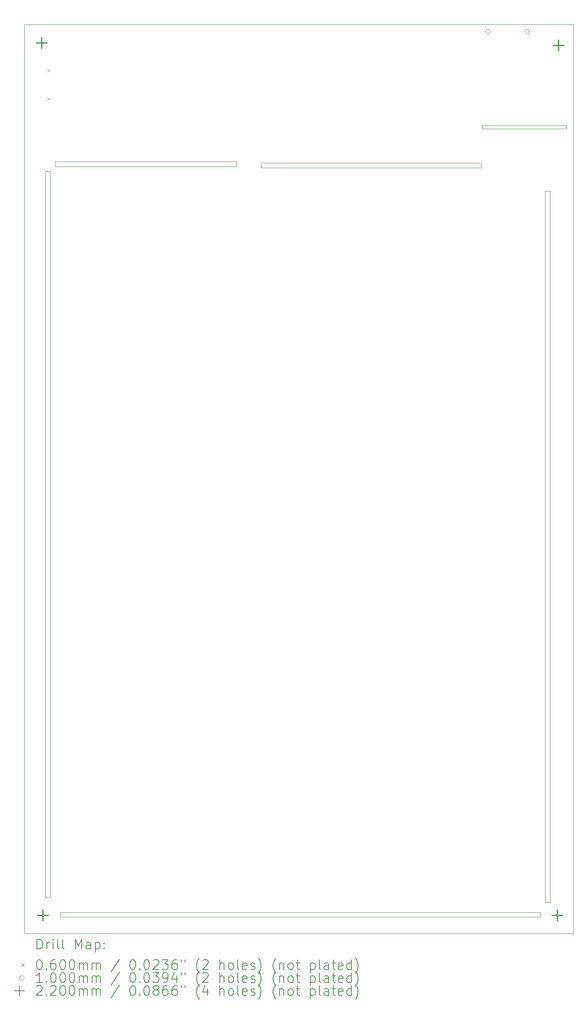
<source format=gbr>
%TF.GenerationSoftware,KiCad,Pcbnew,8.0.8*%
%TF.CreationDate,2025-01-24T13:28:27+05:30*%
%TF.ProjectId,heatPlate,68656174-506c-4617-9465-2e6b69636164,rev?*%
%TF.SameCoordinates,Original*%
%TF.FileFunction,Drillmap*%
%TF.FilePolarity,Positive*%
%FSLAX45Y45*%
G04 Gerber Fmt 4.5, Leading zero omitted, Abs format (unit mm)*
G04 Created by KiCad (PCBNEW 8.0.8) date 2025-01-24 13:28:27*
%MOMM*%
%LPD*%
G01*
G04 APERTURE LIST*
%ADD10C,0.050000*%
%ADD11C,0.200000*%
%ADD12C,0.100000*%
%ADD13C,0.220000*%
G04 APERTURE END LIST*
D10*
X15525000Y-6660000D02*
X17235000Y-6660000D01*
X17235000Y-6730000D01*
X15525000Y-6730000D01*
X15525000Y-6660000D01*
X6900000Y-22700000D02*
X16700000Y-22700000D01*
X16700000Y-22800000D01*
X6900000Y-22800000D01*
X6900000Y-22700000D01*
X6800000Y-7400000D02*
X10500000Y-7400000D01*
X10500000Y-7500000D01*
X6800000Y-7500000D01*
X6800000Y-7400000D01*
X6600000Y-7600000D02*
X6700000Y-7600000D01*
X6700000Y-22400000D01*
X6600000Y-22400000D01*
X6600000Y-7600000D01*
X16800000Y-8000000D02*
X16900000Y-8000000D01*
X16900000Y-22500000D01*
X16800000Y-22500000D01*
X16800000Y-8000000D01*
X11000000Y-7420000D02*
X15500000Y-7420000D01*
X15500000Y-7520000D01*
X11000000Y-7520000D01*
X11000000Y-7420000D01*
X6173000Y-4600000D02*
X17373000Y-4600000D01*
X17373000Y-23136000D01*
X6173000Y-23136000D01*
X6173000Y-4600000D01*
D11*
D12*
X6638000Y-5506000D02*
X6698000Y-5566000D01*
X6698000Y-5506000D02*
X6638000Y-5566000D01*
X6638000Y-6084000D02*
X6698000Y-6144000D01*
X6698000Y-6084000D02*
X6638000Y-6144000D01*
X15685000Y-4750000D02*
G75*
G02*
X15585000Y-4750000I-50000J0D01*
G01*
X15585000Y-4750000D02*
G75*
G02*
X15685000Y-4750000I50000J0D01*
G01*
X16485000Y-4750000D02*
G75*
G02*
X16385000Y-4750000I-50000J0D01*
G01*
X16385000Y-4750000D02*
G75*
G02*
X16485000Y-4750000I50000J0D01*
G01*
D13*
X6525000Y-4865000D02*
X6525000Y-5085000D01*
X6415000Y-4975000D02*
X6635000Y-4975000D01*
X6548000Y-22651000D02*
X6548000Y-22871000D01*
X6438000Y-22761000D02*
X6658000Y-22761000D01*
X17048000Y-22651000D02*
X17048000Y-22871000D01*
X16938000Y-22761000D02*
X17158000Y-22761000D01*
X17075000Y-4915000D02*
X17075000Y-5135000D01*
X16965000Y-5025000D02*
X17185000Y-5025000D01*
D11*
X6431277Y-23449984D02*
X6431277Y-23249984D01*
X6431277Y-23249984D02*
X6478896Y-23249984D01*
X6478896Y-23249984D02*
X6507467Y-23259508D01*
X6507467Y-23259508D02*
X6526515Y-23278555D01*
X6526515Y-23278555D02*
X6536039Y-23297603D01*
X6536039Y-23297603D02*
X6545562Y-23335698D01*
X6545562Y-23335698D02*
X6545562Y-23364269D01*
X6545562Y-23364269D02*
X6536039Y-23402365D01*
X6536039Y-23402365D02*
X6526515Y-23421412D01*
X6526515Y-23421412D02*
X6507467Y-23440460D01*
X6507467Y-23440460D02*
X6478896Y-23449984D01*
X6478896Y-23449984D02*
X6431277Y-23449984D01*
X6631277Y-23449984D02*
X6631277Y-23316650D01*
X6631277Y-23354746D02*
X6640801Y-23335698D01*
X6640801Y-23335698D02*
X6650324Y-23326174D01*
X6650324Y-23326174D02*
X6669372Y-23316650D01*
X6669372Y-23316650D02*
X6688420Y-23316650D01*
X6755086Y-23449984D02*
X6755086Y-23316650D01*
X6755086Y-23249984D02*
X6745562Y-23259508D01*
X6745562Y-23259508D02*
X6755086Y-23269031D01*
X6755086Y-23269031D02*
X6764610Y-23259508D01*
X6764610Y-23259508D02*
X6755086Y-23249984D01*
X6755086Y-23249984D02*
X6755086Y-23269031D01*
X6878896Y-23449984D02*
X6859848Y-23440460D01*
X6859848Y-23440460D02*
X6850324Y-23421412D01*
X6850324Y-23421412D02*
X6850324Y-23249984D01*
X6983658Y-23449984D02*
X6964610Y-23440460D01*
X6964610Y-23440460D02*
X6955086Y-23421412D01*
X6955086Y-23421412D02*
X6955086Y-23249984D01*
X7212229Y-23449984D02*
X7212229Y-23249984D01*
X7212229Y-23249984D02*
X7278896Y-23392841D01*
X7278896Y-23392841D02*
X7345562Y-23249984D01*
X7345562Y-23249984D02*
X7345562Y-23449984D01*
X7526515Y-23449984D02*
X7526515Y-23345222D01*
X7526515Y-23345222D02*
X7516991Y-23326174D01*
X7516991Y-23326174D02*
X7497943Y-23316650D01*
X7497943Y-23316650D02*
X7459848Y-23316650D01*
X7459848Y-23316650D02*
X7440801Y-23326174D01*
X7526515Y-23440460D02*
X7507467Y-23449984D01*
X7507467Y-23449984D02*
X7459848Y-23449984D01*
X7459848Y-23449984D02*
X7440801Y-23440460D01*
X7440801Y-23440460D02*
X7431277Y-23421412D01*
X7431277Y-23421412D02*
X7431277Y-23402365D01*
X7431277Y-23402365D02*
X7440801Y-23383317D01*
X7440801Y-23383317D02*
X7459848Y-23373793D01*
X7459848Y-23373793D02*
X7507467Y-23373793D01*
X7507467Y-23373793D02*
X7526515Y-23364269D01*
X7621753Y-23316650D02*
X7621753Y-23516650D01*
X7621753Y-23326174D02*
X7640801Y-23316650D01*
X7640801Y-23316650D02*
X7678896Y-23316650D01*
X7678896Y-23316650D02*
X7697943Y-23326174D01*
X7697943Y-23326174D02*
X7707467Y-23335698D01*
X7707467Y-23335698D02*
X7716991Y-23354746D01*
X7716991Y-23354746D02*
X7716991Y-23411888D01*
X7716991Y-23411888D02*
X7707467Y-23430936D01*
X7707467Y-23430936D02*
X7697943Y-23440460D01*
X7697943Y-23440460D02*
X7678896Y-23449984D01*
X7678896Y-23449984D02*
X7640801Y-23449984D01*
X7640801Y-23449984D02*
X7621753Y-23440460D01*
X7802705Y-23430936D02*
X7812229Y-23440460D01*
X7812229Y-23440460D02*
X7802705Y-23449984D01*
X7802705Y-23449984D02*
X7793182Y-23440460D01*
X7793182Y-23440460D02*
X7802705Y-23430936D01*
X7802705Y-23430936D02*
X7802705Y-23449984D01*
X7802705Y-23326174D02*
X7812229Y-23335698D01*
X7812229Y-23335698D02*
X7802705Y-23345222D01*
X7802705Y-23345222D02*
X7793182Y-23335698D01*
X7793182Y-23335698D02*
X7802705Y-23326174D01*
X7802705Y-23326174D02*
X7802705Y-23345222D01*
D12*
X6110500Y-23748500D02*
X6170500Y-23808500D01*
X6170500Y-23748500D02*
X6110500Y-23808500D01*
D11*
X6469372Y-23669984D02*
X6488420Y-23669984D01*
X6488420Y-23669984D02*
X6507467Y-23679508D01*
X6507467Y-23679508D02*
X6516991Y-23689031D01*
X6516991Y-23689031D02*
X6526515Y-23708079D01*
X6526515Y-23708079D02*
X6536039Y-23746174D01*
X6536039Y-23746174D02*
X6536039Y-23793793D01*
X6536039Y-23793793D02*
X6526515Y-23831888D01*
X6526515Y-23831888D02*
X6516991Y-23850936D01*
X6516991Y-23850936D02*
X6507467Y-23860460D01*
X6507467Y-23860460D02*
X6488420Y-23869984D01*
X6488420Y-23869984D02*
X6469372Y-23869984D01*
X6469372Y-23869984D02*
X6450324Y-23860460D01*
X6450324Y-23860460D02*
X6440801Y-23850936D01*
X6440801Y-23850936D02*
X6431277Y-23831888D01*
X6431277Y-23831888D02*
X6421753Y-23793793D01*
X6421753Y-23793793D02*
X6421753Y-23746174D01*
X6421753Y-23746174D02*
X6431277Y-23708079D01*
X6431277Y-23708079D02*
X6440801Y-23689031D01*
X6440801Y-23689031D02*
X6450324Y-23679508D01*
X6450324Y-23679508D02*
X6469372Y-23669984D01*
X6621753Y-23850936D02*
X6631277Y-23860460D01*
X6631277Y-23860460D02*
X6621753Y-23869984D01*
X6621753Y-23869984D02*
X6612229Y-23860460D01*
X6612229Y-23860460D02*
X6621753Y-23850936D01*
X6621753Y-23850936D02*
X6621753Y-23869984D01*
X6802705Y-23669984D02*
X6764610Y-23669984D01*
X6764610Y-23669984D02*
X6745562Y-23679508D01*
X6745562Y-23679508D02*
X6736039Y-23689031D01*
X6736039Y-23689031D02*
X6716991Y-23717603D01*
X6716991Y-23717603D02*
X6707467Y-23755698D01*
X6707467Y-23755698D02*
X6707467Y-23831888D01*
X6707467Y-23831888D02*
X6716991Y-23850936D01*
X6716991Y-23850936D02*
X6726515Y-23860460D01*
X6726515Y-23860460D02*
X6745562Y-23869984D01*
X6745562Y-23869984D02*
X6783658Y-23869984D01*
X6783658Y-23869984D02*
X6802705Y-23860460D01*
X6802705Y-23860460D02*
X6812229Y-23850936D01*
X6812229Y-23850936D02*
X6821753Y-23831888D01*
X6821753Y-23831888D02*
X6821753Y-23784269D01*
X6821753Y-23784269D02*
X6812229Y-23765222D01*
X6812229Y-23765222D02*
X6802705Y-23755698D01*
X6802705Y-23755698D02*
X6783658Y-23746174D01*
X6783658Y-23746174D02*
X6745562Y-23746174D01*
X6745562Y-23746174D02*
X6726515Y-23755698D01*
X6726515Y-23755698D02*
X6716991Y-23765222D01*
X6716991Y-23765222D02*
X6707467Y-23784269D01*
X6945562Y-23669984D02*
X6964610Y-23669984D01*
X6964610Y-23669984D02*
X6983658Y-23679508D01*
X6983658Y-23679508D02*
X6993182Y-23689031D01*
X6993182Y-23689031D02*
X7002705Y-23708079D01*
X7002705Y-23708079D02*
X7012229Y-23746174D01*
X7012229Y-23746174D02*
X7012229Y-23793793D01*
X7012229Y-23793793D02*
X7002705Y-23831888D01*
X7002705Y-23831888D02*
X6993182Y-23850936D01*
X6993182Y-23850936D02*
X6983658Y-23860460D01*
X6983658Y-23860460D02*
X6964610Y-23869984D01*
X6964610Y-23869984D02*
X6945562Y-23869984D01*
X6945562Y-23869984D02*
X6926515Y-23860460D01*
X6926515Y-23860460D02*
X6916991Y-23850936D01*
X6916991Y-23850936D02*
X6907467Y-23831888D01*
X6907467Y-23831888D02*
X6897943Y-23793793D01*
X6897943Y-23793793D02*
X6897943Y-23746174D01*
X6897943Y-23746174D02*
X6907467Y-23708079D01*
X6907467Y-23708079D02*
X6916991Y-23689031D01*
X6916991Y-23689031D02*
X6926515Y-23679508D01*
X6926515Y-23679508D02*
X6945562Y-23669984D01*
X7136039Y-23669984D02*
X7155086Y-23669984D01*
X7155086Y-23669984D02*
X7174134Y-23679508D01*
X7174134Y-23679508D02*
X7183658Y-23689031D01*
X7183658Y-23689031D02*
X7193182Y-23708079D01*
X7193182Y-23708079D02*
X7202705Y-23746174D01*
X7202705Y-23746174D02*
X7202705Y-23793793D01*
X7202705Y-23793793D02*
X7193182Y-23831888D01*
X7193182Y-23831888D02*
X7183658Y-23850936D01*
X7183658Y-23850936D02*
X7174134Y-23860460D01*
X7174134Y-23860460D02*
X7155086Y-23869984D01*
X7155086Y-23869984D02*
X7136039Y-23869984D01*
X7136039Y-23869984D02*
X7116991Y-23860460D01*
X7116991Y-23860460D02*
X7107467Y-23850936D01*
X7107467Y-23850936D02*
X7097943Y-23831888D01*
X7097943Y-23831888D02*
X7088420Y-23793793D01*
X7088420Y-23793793D02*
X7088420Y-23746174D01*
X7088420Y-23746174D02*
X7097943Y-23708079D01*
X7097943Y-23708079D02*
X7107467Y-23689031D01*
X7107467Y-23689031D02*
X7116991Y-23679508D01*
X7116991Y-23679508D02*
X7136039Y-23669984D01*
X7288420Y-23869984D02*
X7288420Y-23736650D01*
X7288420Y-23755698D02*
X7297943Y-23746174D01*
X7297943Y-23746174D02*
X7316991Y-23736650D01*
X7316991Y-23736650D02*
X7345563Y-23736650D01*
X7345563Y-23736650D02*
X7364610Y-23746174D01*
X7364610Y-23746174D02*
X7374134Y-23765222D01*
X7374134Y-23765222D02*
X7374134Y-23869984D01*
X7374134Y-23765222D02*
X7383658Y-23746174D01*
X7383658Y-23746174D02*
X7402705Y-23736650D01*
X7402705Y-23736650D02*
X7431277Y-23736650D01*
X7431277Y-23736650D02*
X7450324Y-23746174D01*
X7450324Y-23746174D02*
X7459848Y-23765222D01*
X7459848Y-23765222D02*
X7459848Y-23869984D01*
X7555086Y-23869984D02*
X7555086Y-23736650D01*
X7555086Y-23755698D02*
X7564610Y-23746174D01*
X7564610Y-23746174D02*
X7583658Y-23736650D01*
X7583658Y-23736650D02*
X7612229Y-23736650D01*
X7612229Y-23736650D02*
X7631277Y-23746174D01*
X7631277Y-23746174D02*
X7640801Y-23765222D01*
X7640801Y-23765222D02*
X7640801Y-23869984D01*
X7640801Y-23765222D02*
X7650324Y-23746174D01*
X7650324Y-23746174D02*
X7669372Y-23736650D01*
X7669372Y-23736650D02*
X7697943Y-23736650D01*
X7697943Y-23736650D02*
X7716991Y-23746174D01*
X7716991Y-23746174D02*
X7726515Y-23765222D01*
X7726515Y-23765222D02*
X7726515Y-23869984D01*
X8116991Y-23660460D02*
X7945563Y-23917603D01*
X8374134Y-23669984D02*
X8393182Y-23669984D01*
X8393182Y-23669984D02*
X8412229Y-23679508D01*
X8412229Y-23679508D02*
X8421753Y-23689031D01*
X8421753Y-23689031D02*
X8431277Y-23708079D01*
X8431277Y-23708079D02*
X8440801Y-23746174D01*
X8440801Y-23746174D02*
X8440801Y-23793793D01*
X8440801Y-23793793D02*
X8431277Y-23831888D01*
X8431277Y-23831888D02*
X8421753Y-23850936D01*
X8421753Y-23850936D02*
X8412229Y-23860460D01*
X8412229Y-23860460D02*
X8393182Y-23869984D01*
X8393182Y-23869984D02*
X8374134Y-23869984D01*
X8374134Y-23869984D02*
X8355086Y-23860460D01*
X8355086Y-23860460D02*
X8345563Y-23850936D01*
X8345563Y-23850936D02*
X8336039Y-23831888D01*
X8336039Y-23831888D02*
X8326515Y-23793793D01*
X8326515Y-23793793D02*
X8326515Y-23746174D01*
X8326515Y-23746174D02*
X8336039Y-23708079D01*
X8336039Y-23708079D02*
X8345563Y-23689031D01*
X8345563Y-23689031D02*
X8355086Y-23679508D01*
X8355086Y-23679508D02*
X8374134Y-23669984D01*
X8526515Y-23850936D02*
X8536039Y-23860460D01*
X8536039Y-23860460D02*
X8526515Y-23869984D01*
X8526515Y-23869984D02*
X8516991Y-23860460D01*
X8516991Y-23860460D02*
X8526515Y-23850936D01*
X8526515Y-23850936D02*
X8526515Y-23869984D01*
X8659848Y-23669984D02*
X8678896Y-23669984D01*
X8678896Y-23669984D02*
X8697944Y-23679508D01*
X8697944Y-23679508D02*
X8707468Y-23689031D01*
X8707468Y-23689031D02*
X8716991Y-23708079D01*
X8716991Y-23708079D02*
X8726515Y-23746174D01*
X8726515Y-23746174D02*
X8726515Y-23793793D01*
X8726515Y-23793793D02*
X8716991Y-23831888D01*
X8716991Y-23831888D02*
X8707468Y-23850936D01*
X8707468Y-23850936D02*
X8697944Y-23860460D01*
X8697944Y-23860460D02*
X8678896Y-23869984D01*
X8678896Y-23869984D02*
X8659848Y-23869984D01*
X8659848Y-23869984D02*
X8640801Y-23860460D01*
X8640801Y-23860460D02*
X8631277Y-23850936D01*
X8631277Y-23850936D02*
X8621753Y-23831888D01*
X8621753Y-23831888D02*
X8612229Y-23793793D01*
X8612229Y-23793793D02*
X8612229Y-23746174D01*
X8612229Y-23746174D02*
X8621753Y-23708079D01*
X8621753Y-23708079D02*
X8631277Y-23689031D01*
X8631277Y-23689031D02*
X8640801Y-23679508D01*
X8640801Y-23679508D02*
X8659848Y-23669984D01*
X8802706Y-23689031D02*
X8812229Y-23679508D01*
X8812229Y-23679508D02*
X8831277Y-23669984D01*
X8831277Y-23669984D02*
X8878896Y-23669984D01*
X8878896Y-23669984D02*
X8897944Y-23679508D01*
X8897944Y-23679508D02*
X8907468Y-23689031D01*
X8907468Y-23689031D02*
X8916991Y-23708079D01*
X8916991Y-23708079D02*
X8916991Y-23727127D01*
X8916991Y-23727127D02*
X8907468Y-23755698D01*
X8907468Y-23755698D02*
X8793182Y-23869984D01*
X8793182Y-23869984D02*
X8916991Y-23869984D01*
X8983658Y-23669984D02*
X9107468Y-23669984D01*
X9107468Y-23669984D02*
X9040801Y-23746174D01*
X9040801Y-23746174D02*
X9069372Y-23746174D01*
X9069372Y-23746174D02*
X9088420Y-23755698D01*
X9088420Y-23755698D02*
X9097944Y-23765222D01*
X9097944Y-23765222D02*
X9107468Y-23784269D01*
X9107468Y-23784269D02*
X9107468Y-23831888D01*
X9107468Y-23831888D02*
X9097944Y-23850936D01*
X9097944Y-23850936D02*
X9088420Y-23860460D01*
X9088420Y-23860460D02*
X9069372Y-23869984D01*
X9069372Y-23869984D02*
X9012229Y-23869984D01*
X9012229Y-23869984D02*
X8993182Y-23860460D01*
X8993182Y-23860460D02*
X8983658Y-23850936D01*
X9278896Y-23669984D02*
X9240801Y-23669984D01*
X9240801Y-23669984D02*
X9221753Y-23679508D01*
X9221753Y-23679508D02*
X9212229Y-23689031D01*
X9212229Y-23689031D02*
X9193182Y-23717603D01*
X9193182Y-23717603D02*
X9183658Y-23755698D01*
X9183658Y-23755698D02*
X9183658Y-23831888D01*
X9183658Y-23831888D02*
X9193182Y-23850936D01*
X9193182Y-23850936D02*
X9202706Y-23860460D01*
X9202706Y-23860460D02*
X9221753Y-23869984D01*
X9221753Y-23869984D02*
X9259849Y-23869984D01*
X9259849Y-23869984D02*
X9278896Y-23860460D01*
X9278896Y-23860460D02*
X9288420Y-23850936D01*
X9288420Y-23850936D02*
X9297944Y-23831888D01*
X9297944Y-23831888D02*
X9297944Y-23784269D01*
X9297944Y-23784269D02*
X9288420Y-23765222D01*
X9288420Y-23765222D02*
X9278896Y-23755698D01*
X9278896Y-23755698D02*
X9259849Y-23746174D01*
X9259849Y-23746174D02*
X9221753Y-23746174D01*
X9221753Y-23746174D02*
X9202706Y-23755698D01*
X9202706Y-23755698D02*
X9193182Y-23765222D01*
X9193182Y-23765222D02*
X9183658Y-23784269D01*
X9374134Y-23669984D02*
X9374134Y-23708079D01*
X9450325Y-23669984D02*
X9450325Y-23708079D01*
X9745563Y-23946174D02*
X9736039Y-23936650D01*
X9736039Y-23936650D02*
X9716991Y-23908079D01*
X9716991Y-23908079D02*
X9707468Y-23889031D01*
X9707468Y-23889031D02*
X9697944Y-23860460D01*
X9697944Y-23860460D02*
X9688420Y-23812841D01*
X9688420Y-23812841D02*
X9688420Y-23774746D01*
X9688420Y-23774746D02*
X9697944Y-23727127D01*
X9697944Y-23727127D02*
X9707468Y-23698555D01*
X9707468Y-23698555D02*
X9716991Y-23679508D01*
X9716991Y-23679508D02*
X9736039Y-23650936D01*
X9736039Y-23650936D02*
X9745563Y-23641412D01*
X9812230Y-23689031D02*
X9821753Y-23679508D01*
X9821753Y-23679508D02*
X9840801Y-23669984D01*
X9840801Y-23669984D02*
X9888420Y-23669984D01*
X9888420Y-23669984D02*
X9907468Y-23679508D01*
X9907468Y-23679508D02*
X9916991Y-23689031D01*
X9916991Y-23689031D02*
X9926515Y-23708079D01*
X9926515Y-23708079D02*
X9926515Y-23727127D01*
X9926515Y-23727127D02*
X9916991Y-23755698D01*
X9916991Y-23755698D02*
X9802706Y-23869984D01*
X9802706Y-23869984D02*
X9926515Y-23869984D01*
X10164611Y-23869984D02*
X10164611Y-23669984D01*
X10250325Y-23869984D02*
X10250325Y-23765222D01*
X10250325Y-23765222D02*
X10240801Y-23746174D01*
X10240801Y-23746174D02*
X10221753Y-23736650D01*
X10221753Y-23736650D02*
X10193182Y-23736650D01*
X10193182Y-23736650D02*
X10174134Y-23746174D01*
X10174134Y-23746174D02*
X10164611Y-23755698D01*
X10374134Y-23869984D02*
X10355087Y-23860460D01*
X10355087Y-23860460D02*
X10345563Y-23850936D01*
X10345563Y-23850936D02*
X10336039Y-23831888D01*
X10336039Y-23831888D02*
X10336039Y-23774746D01*
X10336039Y-23774746D02*
X10345563Y-23755698D01*
X10345563Y-23755698D02*
X10355087Y-23746174D01*
X10355087Y-23746174D02*
X10374134Y-23736650D01*
X10374134Y-23736650D02*
X10402706Y-23736650D01*
X10402706Y-23736650D02*
X10421753Y-23746174D01*
X10421753Y-23746174D02*
X10431277Y-23755698D01*
X10431277Y-23755698D02*
X10440801Y-23774746D01*
X10440801Y-23774746D02*
X10440801Y-23831888D01*
X10440801Y-23831888D02*
X10431277Y-23850936D01*
X10431277Y-23850936D02*
X10421753Y-23860460D01*
X10421753Y-23860460D02*
X10402706Y-23869984D01*
X10402706Y-23869984D02*
X10374134Y-23869984D01*
X10555087Y-23869984D02*
X10536039Y-23860460D01*
X10536039Y-23860460D02*
X10526515Y-23841412D01*
X10526515Y-23841412D02*
X10526515Y-23669984D01*
X10707468Y-23860460D02*
X10688420Y-23869984D01*
X10688420Y-23869984D02*
X10650325Y-23869984D01*
X10650325Y-23869984D02*
X10631277Y-23860460D01*
X10631277Y-23860460D02*
X10621753Y-23841412D01*
X10621753Y-23841412D02*
X10621753Y-23765222D01*
X10621753Y-23765222D02*
X10631277Y-23746174D01*
X10631277Y-23746174D02*
X10650325Y-23736650D01*
X10650325Y-23736650D02*
X10688420Y-23736650D01*
X10688420Y-23736650D02*
X10707468Y-23746174D01*
X10707468Y-23746174D02*
X10716992Y-23765222D01*
X10716992Y-23765222D02*
X10716992Y-23784269D01*
X10716992Y-23784269D02*
X10621753Y-23803317D01*
X10793182Y-23860460D02*
X10812230Y-23869984D01*
X10812230Y-23869984D02*
X10850325Y-23869984D01*
X10850325Y-23869984D02*
X10869373Y-23860460D01*
X10869373Y-23860460D02*
X10878896Y-23841412D01*
X10878896Y-23841412D02*
X10878896Y-23831888D01*
X10878896Y-23831888D02*
X10869373Y-23812841D01*
X10869373Y-23812841D02*
X10850325Y-23803317D01*
X10850325Y-23803317D02*
X10821753Y-23803317D01*
X10821753Y-23803317D02*
X10802706Y-23793793D01*
X10802706Y-23793793D02*
X10793182Y-23774746D01*
X10793182Y-23774746D02*
X10793182Y-23765222D01*
X10793182Y-23765222D02*
X10802706Y-23746174D01*
X10802706Y-23746174D02*
X10821753Y-23736650D01*
X10821753Y-23736650D02*
X10850325Y-23736650D01*
X10850325Y-23736650D02*
X10869373Y-23746174D01*
X10945563Y-23946174D02*
X10955087Y-23936650D01*
X10955087Y-23936650D02*
X10974134Y-23908079D01*
X10974134Y-23908079D02*
X10983658Y-23889031D01*
X10983658Y-23889031D02*
X10993182Y-23860460D01*
X10993182Y-23860460D02*
X11002706Y-23812841D01*
X11002706Y-23812841D02*
X11002706Y-23774746D01*
X11002706Y-23774746D02*
X10993182Y-23727127D01*
X10993182Y-23727127D02*
X10983658Y-23698555D01*
X10983658Y-23698555D02*
X10974134Y-23679508D01*
X10974134Y-23679508D02*
X10955087Y-23650936D01*
X10955087Y-23650936D02*
X10945563Y-23641412D01*
X11307468Y-23946174D02*
X11297944Y-23936650D01*
X11297944Y-23936650D02*
X11278896Y-23908079D01*
X11278896Y-23908079D02*
X11269372Y-23889031D01*
X11269372Y-23889031D02*
X11259849Y-23860460D01*
X11259849Y-23860460D02*
X11250325Y-23812841D01*
X11250325Y-23812841D02*
X11250325Y-23774746D01*
X11250325Y-23774746D02*
X11259849Y-23727127D01*
X11259849Y-23727127D02*
X11269372Y-23698555D01*
X11269372Y-23698555D02*
X11278896Y-23679508D01*
X11278896Y-23679508D02*
X11297944Y-23650936D01*
X11297944Y-23650936D02*
X11307468Y-23641412D01*
X11383658Y-23736650D02*
X11383658Y-23869984D01*
X11383658Y-23755698D02*
X11393182Y-23746174D01*
X11393182Y-23746174D02*
X11412230Y-23736650D01*
X11412230Y-23736650D02*
X11440801Y-23736650D01*
X11440801Y-23736650D02*
X11459849Y-23746174D01*
X11459849Y-23746174D02*
X11469372Y-23765222D01*
X11469372Y-23765222D02*
X11469372Y-23869984D01*
X11593182Y-23869984D02*
X11574134Y-23860460D01*
X11574134Y-23860460D02*
X11564611Y-23850936D01*
X11564611Y-23850936D02*
X11555087Y-23831888D01*
X11555087Y-23831888D02*
X11555087Y-23774746D01*
X11555087Y-23774746D02*
X11564611Y-23755698D01*
X11564611Y-23755698D02*
X11574134Y-23746174D01*
X11574134Y-23746174D02*
X11593182Y-23736650D01*
X11593182Y-23736650D02*
X11621753Y-23736650D01*
X11621753Y-23736650D02*
X11640801Y-23746174D01*
X11640801Y-23746174D02*
X11650325Y-23755698D01*
X11650325Y-23755698D02*
X11659849Y-23774746D01*
X11659849Y-23774746D02*
X11659849Y-23831888D01*
X11659849Y-23831888D02*
X11650325Y-23850936D01*
X11650325Y-23850936D02*
X11640801Y-23860460D01*
X11640801Y-23860460D02*
X11621753Y-23869984D01*
X11621753Y-23869984D02*
X11593182Y-23869984D01*
X11716992Y-23736650D02*
X11793182Y-23736650D01*
X11745563Y-23669984D02*
X11745563Y-23841412D01*
X11745563Y-23841412D02*
X11755087Y-23860460D01*
X11755087Y-23860460D02*
X11774134Y-23869984D01*
X11774134Y-23869984D02*
X11793182Y-23869984D01*
X12012230Y-23736650D02*
X12012230Y-23936650D01*
X12012230Y-23746174D02*
X12031277Y-23736650D01*
X12031277Y-23736650D02*
X12069373Y-23736650D01*
X12069373Y-23736650D02*
X12088420Y-23746174D01*
X12088420Y-23746174D02*
X12097944Y-23755698D01*
X12097944Y-23755698D02*
X12107468Y-23774746D01*
X12107468Y-23774746D02*
X12107468Y-23831888D01*
X12107468Y-23831888D02*
X12097944Y-23850936D01*
X12097944Y-23850936D02*
X12088420Y-23860460D01*
X12088420Y-23860460D02*
X12069373Y-23869984D01*
X12069373Y-23869984D02*
X12031277Y-23869984D01*
X12031277Y-23869984D02*
X12012230Y-23860460D01*
X12221753Y-23869984D02*
X12202706Y-23860460D01*
X12202706Y-23860460D02*
X12193182Y-23841412D01*
X12193182Y-23841412D02*
X12193182Y-23669984D01*
X12383658Y-23869984D02*
X12383658Y-23765222D01*
X12383658Y-23765222D02*
X12374134Y-23746174D01*
X12374134Y-23746174D02*
X12355087Y-23736650D01*
X12355087Y-23736650D02*
X12316992Y-23736650D01*
X12316992Y-23736650D02*
X12297944Y-23746174D01*
X12383658Y-23860460D02*
X12364611Y-23869984D01*
X12364611Y-23869984D02*
X12316992Y-23869984D01*
X12316992Y-23869984D02*
X12297944Y-23860460D01*
X12297944Y-23860460D02*
X12288420Y-23841412D01*
X12288420Y-23841412D02*
X12288420Y-23822365D01*
X12288420Y-23822365D02*
X12297944Y-23803317D01*
X12297944Y-23803317D02*
X12316992Y-23793793D01*
X12316992Y-23793793D02*
X12364611Y-23793793D01*
X12364611Y-23793793D02*
X12383658Y-23784269D01*
X12450325Y-23736650D02*
X12526515Y-23736650D01*
X12478896Y-23669984D02*
X12478896Y-23841412D01*
X12478896Y-23841412D02*
X12488420Y-23860460D01*
X12488420Y-23860460D02*
X12507468Y-23869984D01*
X12507468Y-23869984D02*
X12526515Y-23869984D01*
X12669373Y-23860460D02*
X12650325Y-23869984D01*
X12650325Y-23869984D02*
X12612230Y-23869984D01*
X12612230Y-23869984D02*
X12593182Y-23860460D01*
X12593182Y-23860460D02*
X12583658Y-23841412D01*
X12583658Y-23841412D02*
X12583658Y-23765222D01*
X12583658Y-23765222D02*
X12593182Y-23746174D01*
X12593182Y-23746174D02*
X12612230Y-23736650D01*
X12612230Y-23736650D02*
X12650325Y-23736650D01*
X12650325Y-23736650D02*
X12669373Y-23746174D01*
X12669373Y-23746174D02*
X12678896Y-23765222D01*
X12678896Y-23765222D02*
X12678896Y-23784269D01*
X12678896Y-23784269D02*
X12583658Y-23803317D01*
X12850325Y-23869984D02*
X12850325Y-23669984D01*
X12850325Y-23860460D02*
X12831277Y-23869984D01*
X12831277Y-23869984D02*
X12793182Y-23869984D01*
X12793182Y-23869984D02*
X12774134Y-23860460D01*
X12774134Y-23860460D02*
X12764611Y-23850936D01*
X12764611Y-23850936D02*
X12755087Y-23831888D01*
X12755087Y-23831888D02*
X12755087Y-23774746D01*
X12755087Y-23774746D02*
X12764611Y-23755698D01*
X12764611Y-23755698D02*
X12774134Y-23746174D01*
X12774134Y-23746174D02*
X12793182Y-23736650D01*
X12793182Y-23736650D02*
X12831277Y-23736650D01*
X12831277Y-23736650D02*
X12850325Y-23746174D01*
X12926515Y-23946174D02*
X12936039Y-23936650D01*
X12936039Y-23936650D02*
X12955087Y-23908079D01*
X12955087Y-23908079D02*
X12964611Y-23889031D01*
X12964611Y-23889031D02*
X12974134Y-23860460D01*
X12974134Y-23860460D02*
X12983658Y-23812841D01*
X12983658Y-23812841D02*
X12983658Y-23774746D01*
X12983658Y-23774746D02*
X12974134Y-23727127D01*
X12974134Y-23727127D02*
X12964611Y-23698555D01*
X12964611Y-23698555D02*
X12955087Y-23679508D01*
X12955087Y-23679508D02*
X12936039Y-23650936D01*
X12936039Y-23650936D02*
X12926515Y-23641412D01*
D12*
X6170500Y-24042500D02*
G75*
G02*
X6070500Y-24042500I-50000J0D01*
G01*
X6070500Y-24042500D02*
G75*
G02*
X6170500Y-24042500I50000J0D01*
G01*
D11*
X6536039Y-24133984D02*
X6421753Y-24133984D01*
X6478896Y-24133984D02*
X6478896Y-23933984D01*
X6478896Y-23933984D02*
X6459848Y-23962555D01*
X6459848Y-23962555D02*
X6440801Y-23981603D01*
X6440801Y-23981603D02*
X6421753Y-23991127D01*
X6621753Y-24114936D02*
X6631277Y-24124460D01*
X6631277Y-24124460D02*
X6621753Y-24133984D01*
X6621753Y-24133984D02*
X6612229Y-24124460D01*
X6612229Y-24124460D02*
X6621753Y-24114936D01*
X6621753Y-24114936D02*
X6621753Y-24133984D01*
X6755086Y-23933984D02*
X6774134Y-23933984D01*
X6774134Y-23933984D02*
X6793182Y-23943508D01*
X6793182Y-23943508D02*
X6802705Y-23953031D01*
X6802705Y-23953031D02*
X6812229Y-23972079D01*
X6812229Y-23972079D02*
X6821753Y-24010174D01*
X6821753Y-24010174D02*
X6821753Y-24057793D01*
X6821753Y-24057793D02*
X6812229Y-24095888D01*
X6812229Y-24095888D02*
X6802705Y-24114936D01*
X6802705Y-24114936D02*
X6793182Y-24124460D01*
X6793182Y-24124460D02*
X6774134Y-24133984D01*
X6774134Y-24133984D02*
X6755086Y-24133984D01*
X6755086Y-24133984D02*
X6736039Y-24124460D01*
X6736039Y-24124460D02*
X6726515Y-24114936D01*
X6726515Y-24114936D02*
X6716991Y-24095888D01*
X6716991Y-24095888D02*
X6707467Y-24057793D01*
X6707467Y-24057793D02*
X6707467Y-24010174D01*
X6707467Y-24010174D02*
X6716991Y-23972079D01*
X6716991Y-23972079D02*
X6726515Y-23953031D01*
X6726515Y-23953031D02*
X6736039Y-23943508D01*
X6736039Y-23943508D02*
X6755086Y-23933984D01*
X6945562Y-23933984D02*
X6964610Y-23933984D01*
X6964610Y-23933984D02*
X6983658Y-23943508D01*
X6983658Y-23943508D02*
X6993182Y-23953031D01*
X6993182Y-23953031D02*
X7002705Y-23972079D01*
X7002705Y-23972079D02*
X7012229Y-24010174D01*
X7012229Y-24010174D02*
X7012229Y-24057793D01*
X7012229Y-24057793D02*
X7002705Y-24095888D01*
X7002705Y-24095888D02*
X6993182Y-24114936D01*
X6993182Y-24114936D02*
X6983658Y-24124460D01*
X6983658Y-24124460D02*
X6964610Y-24133984D01*
X6964610Y-24133984D02*
X6945562Y-24133984D01*
X6945562Y-24133984D02*
X6926515Y-24124460D01*
X6926515Y-24124460D02*
X6916991Y-24114936D01*
X6916991Y-24114936D02*
X6907467Y-24095888D01*
X6907467Y-24095888D02*
X6897943Y-24057793D01*
X6897943Y-24057793D02*
X6897943Y-24010174D01*
X6897943Y-24010174D02*
X6907467Y-23972079D01*
X6907467Y-23972079D02*
X6916991Y-23953031D01*
X6916991Y-23953031D02*
X6926515Y-23943508D01*
X6926515Y-23943508D02*
X6945562Y-23933984D01*
X7136039Y-23933984D02*
X7155086Y-23933984D01*
X7155086Y-23933984D02*
X7174134Y-23943508D01*
X7174134Y-23943508D02*
X7183658Y-23953031D01*
X7183658Y-23953031D02*
X7193182Y-23972079D01*
X7193182Y-23972079D02*
X7202705Y-24010174D01*
X7202705Y-24010174D02*
X7202705Y-24057793D01*
X7202705Y-24057793D02*
X7193182Y-24095888D01*
X7193182Y-24095888D02*
X7183658Y-24114936D01*
X7183658Y-24114936D02*
X7174134Y-24124460D01*
X7174134Y-24124460D02*
X7155086Y-24133984D01*
X7155086Y-24133984D02*
X7136039Y-24133984D01*
X7136039Y-24133984D02*
X7116991Y-24124460D01*
X7116991Y-24124460D02*
X7107467Y-24114936D01*
X7107467Y-24114936D02*
X7097943Y-24095888D01*
X7097943Y-24095888D02*
X7088420Y-24057793D01*
X7088420Y-24057793D02*
X7088420Y-24010174D01*
X7088420Y-24010174D02*
X7097943Y-23972079D01*
X7097943Y-23972079D02*
X7107467Y-23953031D01*
X7107467Y-23953031D02*
X7116991Y-23943508D01*
X7116991Y-23943508D02*
X7136039Y-23933984D01*
X7288420Y-24133984D02*
X7288420Y-24000650D01*
X7288420Y-24019698D02*
X7297943Y-24010174D01*
X7297943Y-24010174D02*
X7316991Y-24000650D01*
X7316991Y-24000650D02*
X7345563Y-24000650D01*
X7345563Y-24000650D02*
X7364610Y-24010174D01*
X7364610Y-24010174D02*
X7374134Y-24029222D01*
X7374134Y-24029222D02*
X7374134Y-24133984D01*
X7374134Y-24029222D02*
X7383658Y-24010174D01*
X7383658Y-24010174D02*
X7402705Y-24000650D01*
X7402705Y-24000650D02*
X7431277Y-24000650D01*
X7431277Y-24000650D02*
X7450324Y-24010174D01*
X7450324Y-24010174D02*
X7459848Y-24029222D01*
X7459848Y-24029222D02*
X7459848Y-24133984D01*
X7555086Y-24133984D02*
X7555086Y-24000650D01*
X7555086Y-24019698D02*
X7564610Y-24010174D01*
X7564610Y-24010174D02*
X7583658Y-24000650D01*
X7583658Y-24000650D02*
X7612229Y-24000650D01*
X7612229Y-24000650D02*
X7631277Y-24010174D01*
X7631277Y-24010174D02*
X7640801Y-24029222D01*
X7640801Y-24029222D02*
X7640801Y-24133984D01*
X7640801Y-24029222D02*
X7650324Y-24010174D01*
X7650324Y-24010174D02*
X7669372Y-24000650D01*
X7669372Y-24000650D02*
X7697943Y-24000650D01*
X7697943Y-24000650D02*
X7716991Y-24010174D01*
X7716991Y-24010174D02*
X7726515Y-24029222D01*
X7726515Y-24029222D02*
X7726515Y-24133984D01*
X8116991Y-23924460D02*
X7945563Y-24181603D01*
X8374134Y-23933984D02*
X8393182Y-23933984D01*
X8393182Y-23933984D02*
X8412229Y-23943508D01*
X8412229Y-23943508D02*
X8421753Y-23953031D01*
X8421753Y-23953031D02*
X8431277Y-23972079D01*
X8431277Y-23972079D02*
X8440801Y-24010174D01*
X8440801Y-24010174D02*
X8440801Y-24057793D01*
X8440801Y-24057793D02*
X8431277Y-24095888D01*
X8431277Y-24095888D02*
X8421753Y-24114936D01*
X8421753Y-24114936D02*
X8412229Y-24124460D01*
X8412229Y-24124460D02*
X8393182Y-24133984D01*
X8393182Y-24133984D02*
X8374134Y-24133984D01*
X8374134Y-24133984D02*
X8355086Y-24124460D01*
X8355086Y-24124460D02*
X8345563Y-24114936D01*
X8345563Y-24114936D02*
X8336039Y-24095888D01*
X8336039Y-24095888D02*
X8326515Y-24057793D01*
X8326515Y-24057793D02*
X8326515Y-24010174D01*
X8326515Y-24010174D02*
X8336039Y-23972079D01*
X8336039Y-23972079D02*
X8345563Y-23953031D01*
X8345563Y-23953031D02*
X8355086Y-23943508D01*
X8355086Y-23943508D02*
X8374134Y-23933984D01*
X8526515Y-24114936D02*
X8536039Y-24124460D01*
X8536039Y-24124460D02*
X8526515Y-24133984D01*
X8526515Y-24133984D02*
X8516991Y-24124460D01*
X8516991Y-24124460D02*
X8526515Y-24114936D01*
X8526515Y-24114936D02*
X8526515Y-24133984D01*
X8659848Y-23933984D02*
X8678896Y-23933984D01*
X8678896Y-23933984D02*
X8697944Y-23943508D01*
X8697944Y-23943508D02*
X8707468Y-23953031D01*
X8707468Y-23953031D02*
X8716991Y-23972079D01*
X8716991Y-23972079D02*
X8726515Y-24010174D01*
X8726515Y-24010174D02*
X8726515Y-24057793D01*
X8726515Y-24057793D02*
X8716991Y-24095888D01*
X8716991Y-24095888D02*
X8707468Y-24114936D01*
X8707468Y-24114936D02*
X8697944Y-24124460D01*
X8697944Y-24124460D02*
X8678896Y-24133984D01*
X8678896Y-24133984D02*
X8659848Y-24133984D01*
X8659848Y-24133984D02*
X8640801Y-24124460D01*
X8640801Y-24124460D02*
X8631277Y-24114936D01*
X8631277Y-24114936D02*
X8621753Y-24095888D01*
X8621753Y-24095888D02*
X8612229Y-24057793D01*
X8612229Y-24057793D02*
X8612229Y-24010174D01*
X8612229Y-24010174D02*
X8621753Y-23972079D01*
X8621753Y-23972079D02*
X8631277Y-23953031D01*
X8631277Y-23953031D02*
X8640801Y-23943508D01*
X8640801Y-23943508D02*
X8659848Y-23933984D01*
X8793182Y-23933984D02*
X8916991Y-23933984D01*
X8916991Y-23933984D02*
X8850325Y-24010174D01*
X8850325Y-24010174D02*
X8878896Y-24010174D01*
X8878896Y-24010174D02*
X8897944Y-24019698D01*
X8897944Y-24019698D02*
X8907468Y-24029222D01*
X8907468Y-24029222D02*
X8916991Y-24048269D01*
X8916991Y-24048269D02*
X8916991Y-24095888D01*
X8916991Y-24095888D02*
X8907468Y-24114936D01*
X8907468Y-24114936D02*
X8897944Y-24124460D01*
X8897944Y-24124460D02*
X8878896Y-24133984D01*
X8878896Y-24133984D02*
X8821753Y-24133984D01*
X8821753Y-24133984D02*
X8802706Y-24124460D01*
X8802706Y-24124460D02*
X8793182Y-24114936D01*
X9012229Y-24133984D02*
X9050325Y-24133984D01*
X9050325Y-24133984D02*
X9069372Y-24124460D01*
X9069372Y-24124460D02*
X9078896Y-24114936D01*
X9078896Y-24114936D02*
X9097944Y-24086365D01*
X9097944Y-24086365D02*
X9107468Y-24048269D01*
X9107468Y-24048269D02*
X9107468Y-23972079D01*
X9107468Y-23972079D02*
X9097944Y-23953031D01*
X9097944Y-23953031D02*
X9088420Y-23943508D01*
X9088420Y-23943508D02*
X9069372Y-23933984D01*
X9069372Y-23933984D02*
X9031277Y-23933984D01*
X9031277Y-23933984D02*
X9012229Y-23943508D01*
X9012229Y-23943508D02*
X9002706Y-23953031D01*
X9002706Y-23953031D02*
X8993182Y-23972079D01*
X8993182Y-23972079D02*
X8993182Y-24019698D01*
X8993182Y-24019698D02*
X9002706Y-24038746D01*
X9002706Y-24038746D02*
X9012229Y-24048269D01*
X9012229Y-24048269D02*
X9031277Y-24057793D01*
X9031277Y-24057793D02*
X9069372Y-24057793D01*
X9069372Y-24057793D02*
X9088420Y-24048269D01*
X9088420Y-24048269D02*
X9097944Y-24038746D01*
X9097944Y-24038746D02*
X9107468Y-24019698D01*
X9278896Y-24000650D02*
X9278896Y-24133984D01*
X9231277Y-23924460D02*
X9183658Y-24067317D01*
X9183658Y-24067317D02*
X9307468Y-24067317D01*
X9374134Y-23933984D02*
X9374134Y-23972079D01*
X9450325Y-23933984D02*
X9450325Y-23972079D01*
X9745563Y-24210174D02*
X9736039Y-24200650D01*
X9736039Y-24200650D02*
X9716991Y-24172079D01*
X9716991Y-24172079D02*
X9707468Y-24153031D01*
X9707468Y-24153031D02*
X9697944Y-24124460D01*
X9697944Y-24124460D02*
X9688420Y-24076841D01*
X9688420Y-24076841D02*
X9688420Y-24038746D01*
X9688420Y-24038746D02*
X9697944Y-23991127D01*
X9697944Y-23991127D02*
X9707468Y-23962555D01*
X9707468Y-23962555D02*
X9716991Y-23943508D01*
X9716991Y-23943508D02*
X9736039Y-23914936D01*
X9736039Y-23914936D02*
X9745563Y-23905412D01*
X9812230Y-23953031D02*
X9821753Y-23943508D01*
X9821753Y-23943508D02*
X9840801Y-23933984D01*
X9840801Y-23933984D02*
X9888420Y-23933984D01*
X9888420Y-23933984D02*
X9907468Y-23943508D01*
X9907468Y-23943508D02*
X9916991Y-23953031D01*
X9916991Y-23953031D02*
X9926515Y-23972079D01*
X9926515Y-23972079D02*
X9926515Y-23991127D01*
X9926515Y-23991127D02*
X9916991Y-24019698D01*
X9916991Y-24019698D02*
X9802706Y-24133984D01*
X9802706Y-24133984D02*
X9926515Y-24133984D01*
X10164611Y-24133984D02*
X10164611Y-23933984D01*
X10250325Y-24133984D02*
X10250325Y-24029222D01*
X10250325Y-24029222D02*
X10240801Y-24010174D01*
X10240801Y-24010174D02*
X10221753Y-24000650D01*
X10221753Y-24000650D02*
X10193182Y-24000650D01*
X10193182Y-24000650D02*
X10174134Y-24010174D01*
X10174134Y-24010174D02*
X10164611Y-24019698D01*
X10374134Y-24133984D02*
X10355087Y-24124460D01*
X10355087Y-24124460D02*
X10345563Y-24114936D01*
X10345563Y-24114936D02*
X10336039Y-24095888D01*
X10336039Y-24095888D02*
X10336039Y-24038746D01*
X10336039Y-24038746D02*
X10345563Y-24019698D01*
X10345563Y-24019698D02*
X10355087Y-24010174D01*
X10355087Y-24010174D02*
X10374134Y-24000650D01*
X10374134Y-24000650D02*
X10402706Y-24000650D01*
X10402706Y-24000650D02*
X10421753Y-24010174D01*
X10421753Y-24010174D02*
X10431277Y-24019698D01*
X10431277Y-24019698D02*
X10440801Y-24038746D01*
X10440801Y-24038746D02*
X10440801Y-24095888D01*
X10440801Y-24095888D02*
X10431277Y-24114936D01*
X10431277Y-24114936D02*
X10421753Y-24124460D01*
X10421753Y-24124460D02*
X10402706Y-24133984D01*
X10402706Y-24133984D02*
X10374134Y-24133984D01*
X10555087Y-24133984D02*
X10536039Y-24124460D01*
X10536039Y-24124460D02*
X10526515Y-24105412D01*
X10526515Y-24105412D02*
X10526515Y-23933984D01*
X10707468Y-24124460D02*
X10688420Y-24133984D01*
X10688420Y-24133984D02*
X10650325Y-24133984D01*
X10650325Y-24133984D02*
X10631277Y-24124460D01*
X10631277Y-24124460D02*
X10621753Y-24105412D01*
X10621753Y-24105412D02*
X10621753Y-24029222D01*
X10621753Y-24029222D02*
X10631277Y-24010174D01*
X10631277Y-24010174D02*
X10650325Y-24000650D01*
X10650325Y-24000650D02*
X10688420Y-24000650D01*
X10688420Y-24000650D02*
X10707468Y-24010174D01*
X10707468Y-24010174D02*
X10716992Y-24029222D01*
X10716992Y-24029222D02*
X10716992Y-24048269D01*
X10716992Y-24048269D02*
X10621753Y-24067317D01*
X10793182Y-24124460D02*
X10812230Y-24133984D01*
X10812230Y-24133984D02*
X10850325Y-24133984D01*
X10850325Y-24133984D02*
X10869373Y-24124460D01*
X10869373Y-24124460D02*
X10878896Y-24105412D01*
X10878896Y-24105412D02*
X10878896Y-24095888D01*
X10878896Y-24095888D02*
X10869373Y-24076841D01*
X10869373Y-24076841D02*
X10850325Y-24067317D01*
X10850325Y-24067317D02*
X10821753Y-24067317D01*
X10821753Y-24067317D02*
X10802706Y-24057793D01*
X10802706Y-24057793D02*
X10793182Y-24038746D01*
X10793182Y-24038746D02*
X10793182Y-24029222D01*
X10793182Y-24029222D02*
X10802706Y-24010174D01*
X10802706Y-24010174D02*
X10821753Y-24000650D01*
X10821753Y-24000650D02*
X10850325Y-24000650D01*
X10850325Y-24000650D02*
X10869373Y-24010174D01*
X10945563Y-24210174D02*
X10955087Y-24200650D01*
X10955087Y-24200650D02*
X10974134Y-24172079D01*
X10974134Y-24172079D02*
X10983658Y-24153031D01*
X10983658Y-24153031D02*
X10993182Y-24124460D01*
X10993182Y-24124460D02*
X11002706Y-24076841D01*
X11002706Y-24076841D02*
X11002706Y-24038746D01*
X11002706Y-24038746D02*
X10993182Y-23991127D01*
X10993182Y-23991127D02*
X10983658Y-23962555D01*
X10983658Y-23962555D02*
X10974134Y-23943508D01*
X10974134Y-23943508D02*
X10955087Y-23914936D01*
X10955087Y-23914936D02*
X10945563Y-23905412D01*
X11307468Y-24210174D02*
X11297944Y-24200650D01*
X11297944Y-24200650D02*
X11278896Y-24172079D01*
X11278896Y-24172079D02*
X11269372Y-24153031D01*
X11269372Y-24153031D02*
X11259849Y-24124460D01*
X11259849Y-24124460D02*
X11250325Y-24076841D01*
X11250325Y-24076841D02*
X11250325Y-24038746D01*
X11250325Y-24038746D02*
X11259849Y-23991127D01*
X11259849Y-23991127D02*
X11269372Y-23962555D01*
X11269372Y-23962555D02*
X11278896Y-23943508D01*
X11278896Y-23943508D02*
X11297944Y-23914936D01*
X11297944Y-23914936D02*
X11307468Y-23905412D01*
X11383658Y-24000650D02*
X11383658Y-24133984D01*
X11383658Y-24019698D02*
X11393182Y-24010174D01*
X11393182Y-24010174D02*
X11412230Y-24000650D01*
X11412230Y-24000650D02*
X11440801Y-24000650D01*
X11440801Y-24000650D02*
X11459849Y-24010174D01*
X11459849Y-24010174D02*
X11469372Y-24029222D01*
X11469372Y-24029222D02*
X11469372Y-24133984D01*
X11593182Y-24133984D02*
X11574134Y-24124460D01*
X11574134Y-24124460D02*
X11564611Y-24114936D01*
X11564611Y-24114936D02*
X11555087Y-24095888D01*
X11555087Y-24095888D02*
X11555087Y-24038746D01*
X11555087Y-24038746D02*
X11564611Y-24019698D01*
X11564611Y-24019698D02*
X11574134Y-24010174D01*
X11574134Y-24010174D02*
X11593182Y-24000650D01*
X11593182Y-24000650D02*
X11621753Y-24000650D01*
X11621753Y-24000650D02*
X11640801Y-24010174D01*
X11640801Y-24010174D02*
X11650325Y-24019698D01*
X11650325Y-24019698D02*
X11659849Y-24038746D01*
X11659849Y-24038746D02*
X11659849Y-24095888D01*
X11659849Y-24095888D02*
X11650325Y-24114936D01*
X11650325Y-24114936D02*
X11640801Y-24124460D01*
X11640801Y-24124460D02*
X11621753Y-24133984D01*
X11621753Y-24133984D02*
X11593182Y-24133984D01*
X11716992Y-24000650D02*
X11793182Y-24000650D01*
X11745563Y-23933984D02*
X11745563Y-24105412D01*
X11745563Y-24105412D02*
X11755087Y-24124460D01*
X11755087Y-24124460D02*
X11774134Y-24133984D01*
X11774134Y-24133984D02*
X11793182Y-24133984D01*
X12012230Y-24000650D02*
X12012230Y-24200650D01*
X12012230Y-24010174D02*
X12031277Y-24000650D01*
X12031277Y-24000650D02*
X12069373Y-24000650D01*
X12069373Y-24000650D02*
X12088420Y-24010174D01*
X12088420Y-24010174D02*
X12097944Y-24019698D01*
X12097944Y-24019698D02*
X12107468Y-24038746D01*
X12107468Y-24038746D02*
X12107468Y-24095888D01*
X12107468Y-24095888D02*
X12097944Y-24114936D01*
X12097944Y-24114936D02*
X12088420Y-24124460D01*
X12088420Y-24124460D02*
X12069373Y-24133984D01*
X12069373Y-24133984D02*
X12031277Y-24133984D01*
X12031277Y-24133984D02*
X12012230Y-24124460D01*
X12221753Y-24133984D02*
X12202706Y-24124460D01*
X12202706Y-24124460D02*
X12193182Y-24105412D01*
X12193182Y-24105412D02*
X12193182Y-23933984D01*
X12383658Y-24133984D02*
X12383658Y-24029222D01*
X12383658Y-24029222D02*
X12374134Y-24010174D01*
X12374134Y-24010174D02*
X12355087Y-24000650D01*
X12355087Y-24000650D02*
X12316992Y-24000650D01*
X12316992Y-24000650D02*
X12297944Y-24010174D01*
X12383658Y-24124460D02*
X12364611Y-24133984D01*
X12364611Y-24133984D02*
X12316992Y-24133984D01*
X12316992Y-24133984D02*
X12297944Y-24124460D01*
X12297944Y-24124460D02*
X12288420Y-24105412D01*
X12288420Y-24105412D02*
X12288420Y-24086365D01*
X12288420Y-24086365D02*
X12297944Y-24067317D01*
X12297944Y-24067317D02*
X12316992Y-24057793D01*
X12316992Y-24057793D02*
X12364611Y-24057793D01*
X12364611Y-24057793D02*
X12383658Y-24048269D01*
X12450325Y-24000650D02*
X12526515Y-24000650D01*
X12478896Y-23933984D02*
X12478896Y-24105412D01*
X12478896Y-24105412D02*
X12488420Y-24124460D01*
X12488420Y-24124460D02*
X12507468Y-24133984D01*
X12507468Y-24133984D02*
X12526515Y-24133984D01*
X12669373Y-24124460D02*
X12650325Y-24133984D01*
X12650325Y-24133984D02*
X12612230Y-24133984D01*
X12612230Y-24133984D02*
X12593182Y-24124460D01*
X12593182Y-24124460D02*
X12583658Y-24105412D01*
X12583658Y-24105412D02*
X12583658Y-24029222D01*
X12583658Y-24029222D02*
X12593182Y-24010174D01*
X12593182Y-24010174D02*
X12612230Y-24000650D01*
X12612230Y-24000650D02*
X12650325Y-24000650D01*
X12650325Y-24000650D02*
X12669373Y-24010174D01*
X12669373Y-24010174D02*
X12678896Y-24029222D01*
X12678896Y-24029222D02*
X12678896Y-24048269D01*
X12678896Y-24048269D02*
X12583658Y-24067317D01*
X12850325Y-24133984D02*
X12850325Y-23933984D01*
X12850325Y-24124460D02*
X12831277Y-24133984D01*
X12831277Y-24133984D02*
X12793182Y-24133984D01*
X12793182Y-24133984D02*
X12774134Y-24124460D01*
X12774134Y-24124460D02*
X12764611Y-24114936D01*
X12764611Y-24114936D02*
X12755087Y-24095888D01*
X12755087Y-24095888D02*
X12755087Y-24038746D01*
X12755087Y-24038746D02*
X12764611Y-24019698D01*
X12764611Y-24019698D02*
X12774134Y-24010174D01*
X12774134Y-24010174D02*
X12793182Y-24000650D01*
X12793182Y-24000650D02*
X12831277Y-24000650D01*
X12831277Y-24000650D02*
X12850325Y-24010174D01*
X12926515Y-24210174D02*
X12936039Y-24200650D01*
X12936039Y-24200650D02*
X12955087Y-24172079D01*
X12955087Y-24172079D02*
X12964611Y-24153031D01*
X12964611Y-24153031D02*
X12974134Y-24124460D01*
X12974134Y-24124460D02*
X12983658Y-24076841D01*
X12983658Y-24076841D02*
X12983658Y-24038746D01*
X12983658Y-24038746D02*
X12974134Y-23991127D01*
X12974134Y-23991127D02*
X12964611Y-23962555D01*
X12964611Y-23962555D02*
X12955087Y-23943508D01*
X12955087Y-23943508D02*
X12936039Y-23914936D01*
X12936039Y-23914936D02*
X12926515Y-23905412D01*
X6070500Y-24206500D02*
X6070500Y-24406500D01*
X5970500Y-24306500D02*
X6170500Y-24306500D01*
X6421753Y-24217031D02*
X6431277Y-24207508D01*
X6431277Y-24207508D02*
X6450324Y-24197984D01*
X6450324Y-24197984D02*
X6497943Y-24197984D01*
X6497943Y-24197984D02*
X6516991Y-24207508D01*
X6516991Y-24207508D02*
X6526515Y-24217031D01*
X6526515Y-24217031D02*
X6536039Y-24236079D01*
X6536039Y-24236079D02*
X6536039Y-24255127D01*
X6536039Y-24255127D02*
X6526515Y-24283698D01*
X6526515Y-24283698D02*
X6412229Y-24397984D01*
X6412229Y-24397984D02*
X6536039Y-24397984D01*
X6621753Y-24378936D02*
X6631277Y-24388460D01*
X6631277Y-24388460D02*
X6621753Y-24397984D01*
X6621753Y-24397984D02*
X6612229Y-24388460D01*
X6612229Y-24388460D02*
X6621753Y-24378936D01*
X6621753Y-24378936D02*
X6621753Y-24397984D01*
X6707467Y-24217031D02*
X6716991Y-24207508D01*
X6716991Y-24207508D02*
X6736039Y-24197984D01*
X6736039Y-24197984D02*
X6783658Y-24197984D01*
X6783658Y-24197984D02*
X6802705Y-24207508D01*
X6802705Y-24207508D02*
X6812229Y-24217031D01*
X6812229Y-24217031D02*
X6821753Y-24236079D01*
X6821753Y-24236079D02*
X6821753Y-24255127D01*
X6821753Y-24255127D02*
X6812229Y-24283698D01*
X6812229Y-24283698D02*
X6697943Y-24397984D01*
X6697943Y-24397984D02*
X6821753Y-24397984D01*
X6945562Y-24197984D02*
X6964610Y-24197984D01*
X6964610Y-24197984D02*
X6983658Y-24207508D01*
X6983658Y-24207508D02*
X6993182Y-24217031D01*
X6993182Y-24217031D02*
X7002705Y-24236079D01*
X7002705Y-24236079D02*
X7012229Y-24274174D01*
X7012229Y-24274174D02*
X7012229Y-24321793D01*
X7012229Y-24321793D02*
X7002705Y-24359888D01*
X7002705Y-24359888D02*
X6993182Y-24378936D01*
X6993182Y-24378936D02*
X6983658Y-24388460D01*
X6983658Y-24388460D02*
X6964610Y-24397984D01*
X6964610Y-24397984D02*
X6945562Y-24397984D01*
X6945562Y-24397984D02*
X6926515Y-24388460D01*
X6926515Y-24388460D02*
X6916991Y-24378936D01*
X6916991Y-24378936D02*
X6907467Y-24359888D01*
X6907467Y-24359888D02*
X6897943Y-24321793D01*
X6897943Y-24321793D02*
X6897943Y-24274174D01*
X6897943Y-24274174D02*
X6907467Y-24236079D01*
X6907467Y-24236079D02*
X6916991Y-24217031D01*
X6916991Y-24217031D02*
X6926515Y-24207508D01*
X6926515Y-24207508D02*
X6945562Y-24197984D01*
X7136039Y-24197984D02*
X7155086Y-24197984D01*
X7155086Y-24197984D02*
X7174134Y-24207508D01*
X7174134Y-24207508D02*
X7183658Y-24217031D01*
X7183658Y-24217031D02*
X7193182Y-24236079D01*
X7193182Y-24236079D02*
X7202705Y-24274174D01*
X7202705Y-24274174D02*
X7202705Y-24321793D01*
X7202705Y-24321793D02*
X7193182Y-24359888D01*
X7193182Y-24359888D02*
X7183658Y-24378936D01*
X7183658Y-24378936D02*
X7174134Y-24388460D01*
X7174134Y-24388460D02*
X7155086Y-24397984D01*
X7155086Y-24397984D02*
X7136039Y-24397984D01*
X7136039Y-24397984D02*
X7116991Y-24388460D01*
X7116991Y-24388460D02*
X7107467Y-24378936D01*
X7107467Y-24378936D02*
X7097943Y-24359888D01*
X7097943Y-24359888D02*
X7088420Y-24321793D01*
X7088420Y-24321793D02*
X7088420Y-24274174D01*
X7088420Y-24274174D02*
X7097943Y-24236079D01*
X7097943Y-24236079D02*
X7107467Y-24217031D01*
X7107467Y-24217031D02*
X7116991Y-24207508D01*
X7116991Y-24207508D02*
X7136039Y-24197984D01*
X7288420Y-24397984D02*
X7288420Y-24264650D01*
X7288420Y-24283698D02*
X7297943Y-24274174D01*
X7297943Y-24274174D02*
X7316991Y-24264650D01*
X7316991Y-24264650D02*
X7345563Y-24264650D01*
X7345563Y-24264650D02*
X7364610Y-24274174D01*
X7364610Y-24274174D02*
X7374134Y-24293222D01*
X7374134Y-24293222D02*
X7374134Y-24397984D01*
X7374134Y-24293222D02*
X7383658Y-24274174D01*
X7383658Y-24274174D02*
X7402705Y-24264650D01*
X7402705Y-24264650D02*
X7431277Y-24264650D01*
X7431277Y-24264650D02*
X7450324Y-24274174D01*
X7450324Y-24274174D02*
X7459848Y-24293222D01*
X7459848Y-24293222D02*
X7459848Y-24397984D01*
X7555086Y-24397984D02*
X7555086Y-24264650D01*
X7555086Y-24283698D02*
X7564610Y-24274174D01*
X7564610Y-24274174D02*
X7583658Y-24264650D01*
X7583658Y-24264650D02*
X7612229Y-24264650D01*
X7612229Y-24264650D02*
X7631277Y-24274174D01*
X7631277Y-24274174D02*
X7640801Y-24293222D01*
X7640801Y-24293222D02*
X7640801Y-24397984D01*
X7640801Y-24293222D02*
X7650324Y-24274174D01*
X7650324Y-24274174D02*
X7669372Y-24264650D01*
X7669372Y-24264650D02*
X7697943Y-24264650D01*
X7697943Y-24264650D02*
X7716991Y-24274174D01*
X7716991Y-24274174D02*
X7726515Y-24293222D01*
X7726515Y-24293222D02*
X7726515Y-24397984D01*
X8116991Y-24188460D02*
X7945563Y-24445603D01*
X8374134Y-24197984D02*
X8393182Y-24197984D01*
X8393182Y-24197984D02*
X8412229Y-24207508D01*
X8412229Y-24207508D02*
X8421753Y-24217031D01*
X8421753Y-24217031D02*
X8431277Y-24236079D01*
X8431277Y-24236079D02*
X8440801Y-24274174D01*
X8440801Y-24274174D02*
X8440801Y-24321793D01*
X8440801Y-24321793D02*
X8431277Y-24359888D01*
X8431277Y-24359888D02*
X8421753Y-24378936D01*
X8421753Y-24378936D02*
X8412229Y-24388460D01*
X8412229Y-24388460D02*
X8393182Y-24397984D01*
X8393182Y-24397984D02*
X8374134Y-24397984D01*
X8374134Y-24397984D02*
X8355086Y-24388460D01*
X8355086Y-24388460D02*
X8345563Y-24378936D01*
X8345563Y-24378936D02*
X8336039Y-24359888D01*
X8336039Y-24359888D02*
X8326515Y-24321793D01*
X8326515Y-24321793D02*
X8326515Y-24274174D01*
X8326515Y-24274174D02*
X8336039Y-24236079D01*
X8336039Y-24236079D02*
X8345563Y-24217031D01*
X8345563Y-24217031D02*
X8355086Y-24207508D01*
X8355086Y-24207508D02*
X8374134Y-24197984D01*
X8526515Y-24378936D02*
X8536039Y-24388460D01*
X8536039Y-24388460D02*
X8526515Y-24397984D01*
X8526515Y-24397984D02*
X8516991Y-24388460D01*
X8516991Y-24388460D02*
X8526515Y-24378936D01*
X8526515Y-24378936D02*
X8526515Y-24397984D01*
X8659848Y-24197984D02*
X8678896Y-24197984D01*
X8678896Y-24197984D02*
X8697944Y-24207508D01*
X8697944Y-24207508D02*
X8707468Y-24217031D01*
X8707468Y-24217031D02*
X8716991Y-24236079D01*
X8716991Y-24236079D02*
X8726515Y-24274174D01*
X8726515Y-24274174D02*
X8726515Y-24321793D01*
X8726515Y-24321793D02*
X8716991Y-24359888D01*
X8716991Y-24359888D02*
X8707468Y-24378936D01*
X8707468Y-24378936D02*
X8697944Y-24388460D01*
X8697944Y-24388460D02*
X8678896Y-24397984D01*
X8678896Y-24397984D02*
X8659848Y-24397984D01*
X8659848Y-24397984D02*
X8640801Y-24388460D01*
X8640801Y-24388460D02*
X8631277Y-24378936D01*
X8631277Y-24378936D02*
X8621753Y-24359888D01*
X8621753Y-24359888D02*
X8612229Y-24321793D01*
X8612229Y-24321793D02*
X8612229Y-24274174D01*
X8612229Y-24274174D02*
X8621753Y-24236079D01*
X8621753Y-24236079D02*
X8631277Y-24217031D01*
X8631277Y-24217031D02*
X8640801Y-24207508D01*
X8640801Y-24207508D02*
X8659848Y-24197984D01*
X8840801Y-24283698D02*
X8821753Y-24274174D01*
X8821753Y-24274174D02*
X8812229Y-24264650D01*
X8812229Y-24264650D02*
X8802706Y-24245603D01*
X8802706Y-24245603D02*
X8802706Y-24236079D01*
X8802706Y-24236079D02*
X8812229Y-24217031D01*
X8812229Y-24217031D02*
X8821753Y-24207508D01*
X8821753Y-24207508D02*
X8840801Y-24197984D01*
X8840801Y-24197984D02*
X8878896Y-24197984D01*
X8878896Y-24197984D02*
X8897944Y-24207508D01*
X8897944Y-24207508D02*
X8907468Y-24217031D01*
X8907468Y-24217031D02*
X8916991Y-24236079D01*
X8916991Y-24236079D02*
X8916991Y-24245603D01*
X8916991Y-24245603D02*
X8907468Y-24264650D01*
X8907468Y-24264650D02*
X8897944Y-24274174D01*
X8897944Y-24274174D02*
X8878896Y-24283698D01*
X8878896Y-24283698D02*
X8840801Y-24283698D01*
X8840801Y-24283698D02*
X8821753Y-24293222D01*
X8821753Y-24293222D02*
X8812229Y-24302746D01*
X8812229Y-24302746D02*
X8802706Y-24321793D01*
X8802706Y-24321793D02*
X8802706Y-24359888D01*
X8802706Y-24359888D02*
X8812229Y-24378936D01*
X8812229Y-24378936D02*
X8821753Y-24388460D01*
X8821753Y-24388460D02*
X8840801Y-24397984D01*
X8840801Y-24397984D02*
X8878896Y-24397984D01*
X8878896Y-24397984D02*
X8897944Y-24388460D01*
X8897944Y-24388460D02*
X8907468Y-24378936D01*
X8907468Y-24378936D02*
X8916991Y-24359888D01*
X8916991Y-24359888D02*
X8916991Y-24321793D01*
X8916991Y-24321793D02*
X8907468Y-24302746D01*
X8907468Y-24302746D02*
X8897944Y-24293222D01*
X8897944Y-24293222D02*
X8878896Y-24283698D01*
X9088420Y-24197984D02*
X9050325Y-24197984D01*
X9050325Y-24197984D02*
X9031277Y-24207508D01*
X9031277Y-24207508D02*
X9021753Y-24217031D01*
X9021753Y-24217031D02*
X9002706Y-24245603D01*
X9002706Y-24245603D02*
X8993182Y-24283698D01*
X8993182Y-24283698D02*
X8993182Y-24359888D01*
X8993182Y-24359888D02*
X9002706Y-24378936D01*
X9002706Y-24378936D02*
X9012229Y-24388460D01*
X9012229Y-24388460D02*
X9031277Y-24397984D01*
X9031277Y-24397984D02*
X9069372Y-24397984D01*
X9069372Y-24397984D02*
X9088420Y-24388460D01*
X9088420Y-24388460D02*
X9097944Y-24378936D01*
X9097944Y-24378936D02*
X9107468Y-24359888D01*
X9107468Y-24359888D02*
X9107468Y-24312269D01*
X9107468Y-24312269D02*
X9097944Y-24293222D01*
X9097944Y-24293222D02*
X9088420Y-24283698D01*
X9088420Y-24283698D02*
X9069372Y-24274174D01*
X9069372Y-24274174D02*
X9031277Y-24274174D01*
X9031277Y-24274174D02*
X9012229Y-24283698D01*
X9012229Y-24283698D02*
X9002706Y-24293222D01*
X9002706Y-24293222D02*
X8993182Y-24312269D01*
X9278896Y-24197984D02*
X9240801Y-24197984D01*
X9240801Y-24197984D02*
X9221753Y-24207508D01*
X9221753Y-24207508D02*
X9212229Y-24217031D01*
X9212229Y-24217031D02*
X9193182Y-24245603D01*
X9193182Y-24245603D02*
X9183658Y-24283698D01*
X9183658Y-24283698D02*
X9183658Y-24359888D01*
X9183658Y-24359888D02*
X9193182Y-24378936D01*
X9193182Y-24378936D02*
X9202706Y-24388460D01*
X9202706Y-24388460D02*
X9221753Y-24397984D01*
X9221753Y-24397984D02*
X9259849Y-24397984D01*
X9259849Y-24397984D02*
X9278896Y-24388460D01*
X9278896Y-24388460D02*
X9288420Y-24378936D01*
X9288420Y-24378936D02*
X9297944Y-24359888D01*
X9297944Y-24359888D02*
X9297944Y-24312269D01*
X9297944Y-24312269D02*
X9288420Y-24293222D01*
X9288420Y-24293222D02*
X9278896Y-24283698D01*
X9278896Y-24283698D02*
X9259849Y-24274174D01*
X9259849Y-24274174D02*
X9221753Y-24274174D01*
X9221753Y-24274174D02*
X9202706Y-24283698D01*
X9202706Y-24283698D02*
X9193182Y-24293222D01*
X9193182Y-24293222D02*
X9183658Y-24312269D01*
X9374134Y-24197984D02*
X9374134Y-24236079D01*
X9450325Y-24197984D02*
X9450325Y-24236079D01*
X9745563Y-24474174D02*
X9736039Y-24464650D01*
X9736039Y-24464650D02*
X9716991Y-24436079D01*
X9716991Y-24436079D02*
X9707468Y-24417031D01*
X9707468Y-24417031D02*
X9697944Y-24388460D01*
X9697944Y-24388460D02*
X9688420Y-24340841D01*
X9688420Y-24340841D02*
X9688420Y-24302746D01*
X9688420Y-24302746D02*
X9697944Y-24255127D01*
X9697944Y-24255127D02*
X9707468Y-24226555D01*
X9707468Y-24226555D02*
X9716991Y-24207508D01*
X9716991Y-24207508D02*
X9736039Y-24178936D01*
X9736039Y-24178936D02*
X9745563Y-24169412D01*
X9907468Y-24264650D02*
X9907468Y-24397984D01*
X9859849Y-24188460D02*
X9812230Y-24331317D01*
X9812230Y-24331317D02*
X9936039Y-24331317D01*
X10164611Y-24397984D02*
X10164611Y-24197984D01*
X10250325Y-24397984D02*
X10250325Y-24293222D01*
X10250325Y-24293222D02*
X10240801Y-24274174D01*
X10240801Y-24274174D02*
X10221753Y-24264650D01*
X10221753Y-24264650D02*
X10193182Y-24264650D01*
X10193182Y-24264650D02*
X10174134Y-24274174D01*
X10174134Y-24274174D02*
X10164611Y-24283698D01*
X10374134Y-24397984D02*
X10355087Y-24388460D01*
X10355087Y-24388460D02*
X10345563Y-24378936D01*
X10345563Y-24378936D02*
X10336039Y-24359888D01*
X10336039Y-24359888D02*
X10336039Y-24302746D01*
X10336039Y-24302746D02*
X10345563Y-24283698D01*
X10345563Y-24283698D02*
X10355087Y-24274174D01*
X10355087Y-24274174D02*
X10374134Y-24264650D01*
X10374134Y-24264650D02*
X10402706Y-24264650D01*
X10402706Y-24264650D02*
X10421753Y-24274174D01*
X10421753Y-24274174D02*
X10431277Y-24283698D01*
X10431277Y-24283698D02*
X10440801Y-24302746D01*
X10440801Y-24302746D02*
X10440801Y-24359888D01*
X10440801Y-24359888D02*
X10431277Y-24378936D01*
X10431277Y-24378936D02*
X10421753Y-24388460D01*
X10421753Y-24388460D02*
X10402706Y-24397984D01*
X10402706Y-24397984D02*
X10374134Y-24397984D01*
X10555087Y-24397984D02*
X10536039Y-24388460D01*
X10536039Y-24388460D02*
X10526515Y-24369412D01*
X10526515Y-24369412D02*
X10526515Y-24197984D01*
X10707468Y-24388460D02*
X10688420Y-24397984D01*
X10688420Y-24397984D02*
X10650325Y-24397984D01*
X10650325Y-24397984D02*
X10631277Y-24388460D01*
X10631277Y-24388460D02*
X10621753Y-24369412D01*
X10621753Y-24369412D02*
X10621753Y-24293222D01*
X10621753Y-24293222D02*
X10631277Y-24274174D01*
X10631277Y-24274174D02*
X10650325Y-24264650D01*
X10650325Y-24264650D02*
X10688420Y-24264650D01*
X10688420Y-24264650D02*
X10707468Y-24274174D01*
X10707468Y-24274174D02*
X10716992Y-24293222D01*
X10716992Y-24293222D02*
X10716992Y-24312269D01*
X10716992Y-24312269D02*
X10621753Y-24331317D01*
X10793182Y-24388460D02*
X10812230Y-24397984D01*
X10812230Y-24397984D02*
X10850325Y-24397984D01*
X10850325Y-24397984D02*
X10869373Y-24388460D01*
X10869373Y-24388460D02*
X10878896Y-24369412D01*
X10878896Y-24369412D02*
X10878896Y-24359888D01*
X10878896Y-24359888D02*
X10869373Y-24340841D01*
X10869373Y-24340841D02*
X10850325Y-24331317D01*
X10850325Y-24331317D02*
X10821753Y-24331317D01*
X10821753Y-24331317D02*
X10802706Y-24321793D01*
X10802706Y-24321793D02*
X10793182Y-24302746D01*
X10793182Y-24302746D02*
X10793182Y-24293222D01*
X10793182Y-24293222D02*
X10802706Y-24274174D01*
X10802706Y-24274174D02*
X10821753Y-24264650D01*
X10821753Y-24264650D02*
X10850325Y-24264650D01*
X10850325Y-24264650D02*
X10869373Y-24274174D01*
X10945563Y-24474174D02*
X10955087Y-24464650D01*
X10955087Y-24464650D02*
X10974134Y-24436079D01*
X10974134Y-24436079D02*
X10983658Y-24417031D01*
X10983658Y-24417031D02*
X10993182Y-24388460D01*
X10993182Y-24388460D02*
X11002706Y-24340841D01*
X11002706Y-24340841D02*
X11002706Y-24302746D01*
X11002706Y-24302746D02*
X10993182Y-24255127D01*
X10993182Y-24255127D02*
X10983658Y-24226555D01*
X10983658Y-24226555D02*
X10974134Y-24207508D01*
X10974134Y-24207508D02*
X10955087Y-24178936D01*
X10955087Y-24178936D02*
X10945563Y-24169412D01*
X11307468Y-24474174D02*
X11297944Y-24464650D01*
X11297944Y-24464650D02*
X11278896Y-24436079D01*
X11278896Y-24436079D02*
X11269372Y-24417031D01*
X11269372Y-24417031D02*
X11259849Y-24388460D01*
X11259849Y-24388460D02*
X11250325Y-24340841D01*
X11250325Y-24340841D02*
X11250325Y-24302746D01*
X11250325Y-24302746D02*
X11259849Y-24255127D01*
X11259849Y-24255127D02*
X11269372Y-24226555D01*
X11269372Y-24226555D02*
X11278896Y-24207508D01*
X11278896Y-24207508D02*
X11297944Y-24178936D01*
X11297944Y-24178936D02*
X11307468Y-24169412D01*
X11383658Y-24264650D02*
X11383658Y-24397984D01*
X11383658Y-24283698D02*
X11393182Y-24274174D01*
X11393182Y-24274174D02*
X11412230Y-24264650D01*
X11412230Y-24264650D02*
X11440801Y-24264650D01*
X11440801Y-24264650D02*
X11459849Y-24274174D01*
X11459849Y-24274174D02*
X11469372Y-24293222D01*
X11469372Y-24293222D02*
X11469372Y-24397984D01*
X11593182Y-24397984D02*
X11574134Y-24388460D01*
X11574134Y-24388460D02*
X11564611Y-24378936D01*
X11564611Y-24378936D02*
X11555087Y-24359888D01*
X11555087Y-24359888D02*
X11555087Y-24302746D01*
X11555087Y-24302746D02*
X11564611Y-24283698D01*
X11564611Y-24283698D02*
X11574134Y-24274174D01*
X11574134Y-24274174D02*
X11593182Y-24264650D01*
X11593182Y-24264650D02*
X11621753Y-24264650D01*
X11621753Y-24264650D02*
X11640801Y-24274174D01*
X11640801Y-24274174D02*
X11650325Y-24283698D01*
X11650325Y-24283698D02*
X11659849Y-24302746D01*
X11659849Y-24302746D02*
X11659849Y-24359888D01*
X11659849Y-24359888D02*
X11650325Y-24378936D01*
X11650325Y-24378936D02*
X11640801Y-24388460D01*
X11640801Y-24388460D02*
X11621753Y-24397984D01*
X11621753Y-24397984D02*
X11593182Y-24397984D01*
X11716992Y-24264650D02*
X11793182Y-24264650D01*
X11745563Y-24197984D02*
X11745563Y-24369412D01*
X11745563Y-24369412D02*
X11755087Y-24388460D01*
X11755087Y-24388460D02*
X11774134Y-24397984D01*
X11774134Y-24397984D02*
X11793182Y-24397984D01*
X12012230Y-24264650D02*
X12012230Y-24464650D01*
X12012230Y-24274174D02*
X12031277Y-24264650D01*
X12031277Y-24264650D02*
X12069373Y-24264650D01*
X12069373Y-24264650D02*
X12088420Y-24274174D01*
X12088420Y-24274174D02*
X12097944Y-24283698D01*
X12097944Y-24283698D02*
X12107468Y-24302746D01*
X12107468Y-24302746D02*
X12107468Y-24359888D01*
X12107468Y-24359888D02*
X12097944Y-24378936D01*
X12097944Y-24378936D02*
X12088420Y-24388460D01*
X12088420Y-24388460D02*
X12069373Y-24397984D01*
X12069373Y-24397984D02*
X12031277Y-24397984D01*
X12031277Y-24397984D02*
X12012230Y-24388460D01*
X12221753Y-24397984D02*
X12202706Y-24388460D01*
X12202706Y-24388460D02*
X12193182Y-24369412D01*
X12193182Y-24369412D02*
X12193182Y-24197984D01*
X12383658Y-24397984D02*
X12383658Y-24293222D01*
X12383658Y-24293222D02*
X12374134Y-24274174D01*
X12374134Y-24274174D02*
X12355087Y-24264650D01*
X12355087Y-24264650D02*
X12316992Y-24264650D01*
X12316992Y-24264650D02*
X12297944Y-24274174D01*
X12383658Y-24388460D02*
X12364611Y-24397984D01*
X12364611Y-24397984D02*
X12316992Y-24397984D01*
X12316992Y-24397984D02*
X12297944Y-24388460D01*
X12297944Y-24388460D02*
X12288420Y-24369412D01*
X12288420Y-24369412D02*
X12288420Y-24350365D01*
X12288420Y-24350365D02*
X12297944Y-24331317D01*
X12297944Y-24331317D02*
X12316992Y-24321793D01*
X12316992Y-24321793D02*
X12364611Y-24321793D01*
X12364611Y-24321793D02*
X12383658Y-24312269D01*
X12450325Y-24264650D02*
X12526515Y-24264650D01*
X12478896Y-24197984D02*
X12478896Y-24369412D01*
X12478896Y-24369412D02*
X12488420Y-24388460D01*
X12488420Y-24388460D02*
X12507468Y-24397984D01*
X12507468Y-24397984D02*
X12526515Y-24397984D01*
X12669373Y-24388460D02*
X12650325Y-24397984D01*
X12650325Y-24397984D02*
X12612230Y-24397984D01*
X12612230Y-24397984D02*
X12593182Y-24388460D01*
X12593182Y-24388460D02*
X12583658Y-24369412D01*
X12583658Y-24369412D02*
X12583658Y-24293222D01*
X12583658Y-24293222D02*
X12593182Y-24274174D01*
X12593182Y-24274174D02*
X12612230Y-24264650D01*
X12612230Y-24264650D02*
X12650325Y-24264650D01*
X12650325Y-24264650D02*
X12669373Y-24274174D01*
X12669373Y-24274174D02*
X12678896Y-24293222D01*
X12678896Y-24293222D02*
X12678896Y-24312269D01*
X12678896Y-24312269D02*
X12583658Y-24331317D01*
X12850325Y-24397984D02*
X12850325Y-24197984D01*
X12850325Y-24388460D02*
X12831277Y-24397984D01*
X12831277Y-24397984D02*
X12793182Y-24397984D01*
X12793182Y-24397984D02*
X12774134Y-24388460D01*
X12774134Y-24388460D02*
X12764611Y-24378936D01*
X12764611Y-24378936D02*
X12755087Y-24359888D01*
X12755087Y-24359888D02*
X12755087Y-24302746D01*
X12755087Y-24302746D02*
X12764611Y-24283698D01*
X12764611Y-24283698D02*
X12774134Y-24274174D01*
X12774134Y-24274174D02*
X12793182Y-24264650D01*
X12793182Y-24264650D02*
X12831277Y-24264650D01*
X12831277Y-24264650D02*
X12850325Y-24274174D01*
X12926515Y-24474174D02*
X12936039Y-24464650D01*
X12936039Y-24464650D02*
X12955087Y-24436079D01*
X12955087Y-24436079D02*
X12964611Y-24417031D01*
X12964611Y-24417031D02*
X12974134Y-24388460D01*
X12974134Y-24388460D02*
X12983658Y-24340841D01*
X12983658Y-24340841D02*
X12983658Y-24302746D01*
X12983658Y-24302746D02*
X12974134Y-24255127D01*
X12974134Y-24255127D02*
X12964611Y-24226555D01*
X12964611Y-24226555D02*
X12955087Y-24207508D01*
X12955087Y-24207508D02*
X12936039Y-24178936D01*
X12936039Y-24178936D02*
X12926515Y-24169412D01*
M02*

</source>
